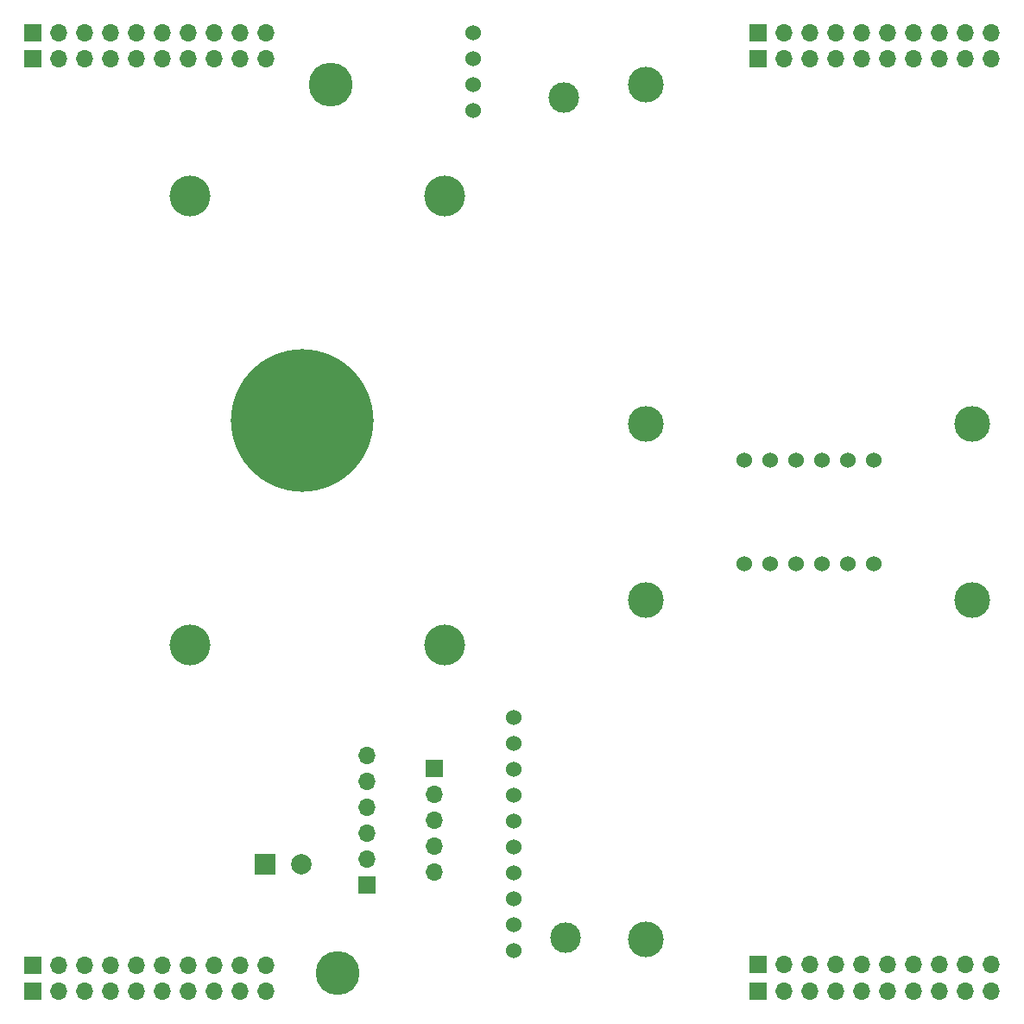
<source format=gbr>
%TF.GenerationSoftware,KiCad,Pcbnew,6.0.7-f9a2dced07~116~ubuntu20.04.1*%
%TF.CreationDate,2022-10-31T14:44:56+01:00*%
%TF.ProjectId,av_citynode_hw,61765f63-6974-4796-9e6f-64655f68772e,rev?*%
%TF.SameCoordinates,Original*%
%TF.FileFunction,Soldermask,Top*%
%TF.FilePolarity,Negative*%
%FSLAX46Y46*%
G04 Gerber Fmt 4.6, Leading zero omitted, Abs format (unit mm)*
G04 Created by KiCad (PCBNEW 6.0.7-f9a2dced07~116~ubuntu20.04.1) date 2022-10-31 14:44:56*
%MOMM*%
%LPD*%
G01*
G04 APERTURE LIST*
%ADD10C,3.000000*%
%ADD11C,1.524000*%
%ADD12R,1.700000X1.700000*%
%ADD13O,1.700000X1.700000*%
%ADD14C,4.300000*%
%ADD15C,3.500000*%
%ADD16C,4.000000*%
%ADD17C,14.000000*%
%ADD18R,2.000000X2.000000*%
%ADD19C,2.000000*%
G04 APERTURE END LIST*
D10*
%TO.C,U11*%
X283345000Y-138938000D03*
D11*
X278265000Y-140208000D03*
X278265000Y-137668000D03*
X278265000Y-135128000D03*
X278265000Y-132588000D03*
X278265000Y-130048000D03*
X278265000Y-127508000D03*
X278265000Y-124968000D03*
X278265000Y-122428000D03*
X278265000Y-119888000D03*
X278265000Y-117348000D03*
%TD*%
D10*
%TO.C,U10*%
X283210000Y-56515000D03*
D11*
X274320000Y-57785000D03*
X274320000Y-55245000D03*
X274320000Y-52705000D03*
X274320000Y-50165000D03*
%TD*%
D12*
%TO.C,J20*%
X263906000Y-133731000D03*
D13*
X263906000Y-131191000D03*
X263906000Y-128651000D03*
X263906000Y-126111000D03*
X263906000Y-123571000D03*
X263906000Y-121031000D03*
%TD*%
D12*
%TO.C,J22*%
X231140000Y-50165000D03*
D13*
X233680000Y-50165000D03*
X236220000Y-50165000D03*
X238760000Y-50165000D03*
X241300000Y-50165000D03*
X243840000Y-50165000D03*
X246380000Y-50165000D03*
X248920000Y-50165000D03*
X251460000Y-50165000D03*
X254000000Y-50165000D03*
%TD*%
D12*
%TO.C,J3*%
X302260000Y-52705000D03*
D13*
X304800000Y-52705000D03*
X307340000Y-52705000D03*
X309880000Y-52705000D03*
X312420000Y-52705000D03*
X314960000Y-52705000D03*
X317500000Y-52705000D03*
X320040000Y-52705000D03*
X322580000Y-52705000D03*
X325120000Y-52705000D03*
%TD*%
D12*
%TO.C,J24*%
X231140000Y-144145000D03*
D13*
X233680000Y-144145000D03*
X236220000Y-144145000D03*
X238760000Y-144145000D03*
X241300000Y-144145000D03*
X243840000Y-144145000D03*
X246380000Y-144145000D03*
X248920000Y-144145000D03*
X251460000Y-144145000D03*
X254000000Y-144145000D03*
%TD*%
D14*
%TO.C,H1*%
X260350000Y-55245000D03*
%TD*%
%TO.C,H2*%
X260985000Y-142367000D03*
%TD*%
D12*
%TO.C,J13*%
X270510000Y-122306000D03*
D13*
X270510000Y-124846000D03*
X270510000Y-127386000D03*
X270510000Y-129926000D03*
X270510000Y-132466000D03*
%TD*%
D15*
%TO.C,AFE1*%
X323215000Y-88519000D03*
X291211000Y-88519000D03*
X291211000Y-55245000D03*
D11*
X313563000Y-92075000D03*
X311023000Y-92075000D03*
X308483000Y-92075000D03*
X305943000Y-92075000D03*
X303403000Y-92075000D03*
X300863000Y-92075000D03*
%TD*%
D16*
%TO.C,U12*%
X271504000Y-66187000D03*
X246504000Y-66187000D03*
X271504000Y-110187000D03*
X246504000Y-110187000D03*
D17*
X257504000Y-88187000D03*
%TD*%
D15*
%TO.C,AFE2*%
X323215000Y-105791000D03*
X291211000Y-139065000D03*
X291211000Y-105791000D03*
D11*
X300863000Y-102235000D03*
X303403000Y-102235000D03*
X305943000Y-102235000D03*
X308483000Y-102235000D03*
X311023000Y-102235000D03*
X313563000Y-102235000D03*
%TD*%
D12*
%TO.C,J15*%
X231140000Y-141605000D03*
D13*
X233680000Y-141605000D03*
X236220000Y-141605000D03*
X238760000Y-141605000D03*
X241300000Y-141605000D03*
X243840000Y-141605000D03*
X246380000Y-141605000D03*
X248920000Y-141605000D03*
X251460000Y-141605000D03*
X254000000Y-141605000D03*
%TD*%
D18*
%TO.C,C15*%
X253906323Y-131699000D03*
D19*
X257406323Y-131699000D03*
%TD*%
D12*
%TO.C,J21*%
X302260000Y-50165000D03*
D13*
X304800000Y-50165000D03*
X307340000Y-50165000D03*
X309880000Y-50165000D03*
X312420000Y-50165000D03*
X314960000Y-50165000D03*
X317500000Y-50165000D03*
X320040000Y-50165000D03*
X322580000Y-50165000D03*
X325120000Y-50165000D03*
%TD*%
D12*
%TO.C,J14*%
X302260000Y-141580000D03*
D13*
X304800000Y-141580000D03*
X307340000Y-141580000D03*
X309880000Y-141580000D03*
X312420000Y-141580000D03*
X314960000Y-141580000D03*
X317500000Y-141580000D03*
X320040000Y-141580000D03*
X322580000Y-141580000D03*
X325120000Y-141580000D03*
%TD*%
D12*
%TO.C,J5*%
X231140000Y-52705000D03*
D13*
X233680000Y-52705000D03*
X236220000Y-52705000D03*
X238760000Y-52705000D03*
X241300000Y-52705000D03*
X243840000Y-52705000D03*
X246380000Y-52705000D03*
X248920000Y-52705000D03*
X251460000Y-52705000D03*
X254000000Y-52705000D03*
%TD*%
D12*
%TO.C,J23*%
X302260000Y-144145000D03*
D13*
X304800000Y-144145000D03*
X307340000Y-144145000D03*
X309880000Y-144145000D03*
X312420000Y-144145000D03*
X314960000Y-144145000D03*
X317500000Y-144145000D03*
X320040000Y-144145000D03*
X322580000Y-144145000D03*
X325120000Y-144145000D03*
%TD*%
M02*

</source>
